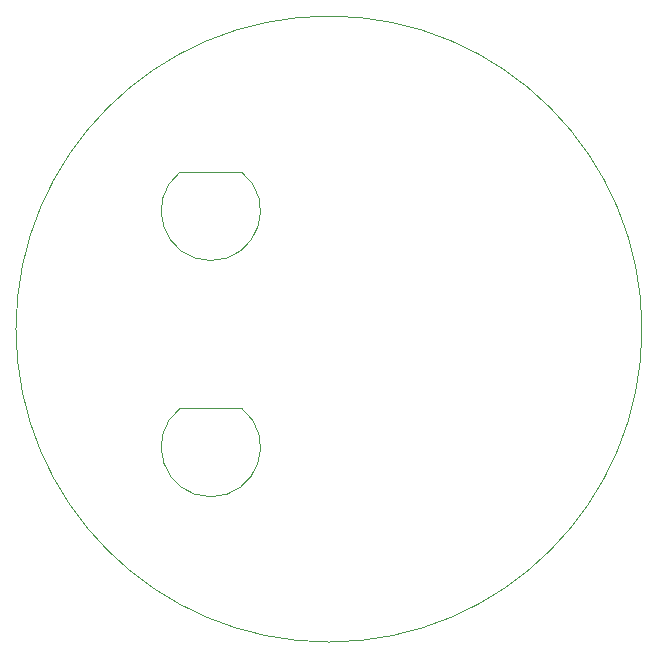
<source format=gbr>
%TF.GenerationSoftware,KiCad,Pcbnew,7.0.2*%
%TF.CreationDate,2023-11-07T11:53:16-07:00*%
%TF.ProjectId,Gateway06,47617465-7761-4793-9036-2e6b69636164,rev?*%
%TF.SameCoordinates,Original*%
%TF.FileFunction,Profile,NP*%
%FSLAX46Y46*%
G04 Gerber Fmt 4.6, Leading zero omitted, Abs format (unit mm)*
G04 Created by KiCad (PCBNEW 7.0.2) date 2023-11-07 11:53:16*
%MOMM*%
%LPD*%
G01*
G04 APERTURE LIST*
%TA.AperFunction,Profile*%
%ADD10C,0.050000*%
%TD*%
G04 APERTURE END LIST*
D10*
X26500000Y0D02*
G75*
G03*
X26500000Y0I-26500000J0D01*
G01*
%TO.C,H2*%
X-12600000Y-6700000D02*
X-7400000Y-6700000D01*
X-12600000Y-6700000D02*
G75*
G03*
X-7400000Y-6700000I2600000J-3300000D01*
G01*
%TO.C,H1*%
X-12600000Y13300000D02*
X-7400000Y13300000D01*
X-12600000Y13300000D02*
G75*
G03*
X-7400000Y13300000I2600000J-3300000D01*
G01*
%TD*%
M02*

</source>
